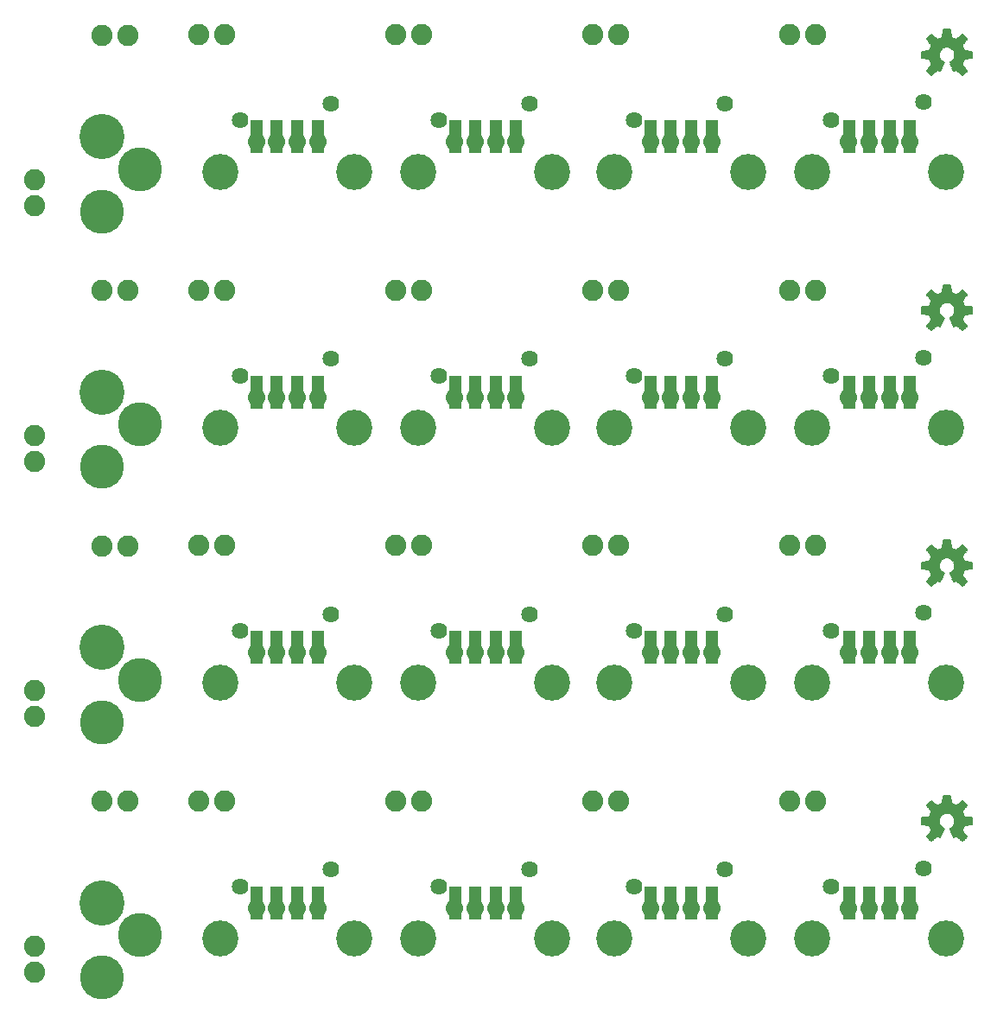
<source format=gbs>
G75*
G70*
%OFA0B0*%
%FSLAX24Y24*%
%IPPOS*%
%LPD*%
%AMOC8*
5,1,8,0,0,1.08239X$1,22.5*
%
%ADD10R,0.0450X0.1300*%
%ADD11C,0.1390*%
%ADD12C,0.1740*%
%ADD13C,0.1700*%
%ADD14C,0.0059*%
%ADD15C,0.0820*%
%ADD16C,0.0640*%
%ADD17C,0.0671*%
D10*
X010125Y005960D03*
X010905Y005960D03*
X011695Y005960D03*
X012475Y005970D03*
X017775Y005960D03*
X018555Y005960D03*
X019345Y005960D03*
X020135Y005960D03*
X025325Y005960D03*
X026105Y005960D03*
X026895Y005960D03*
X027685Y005960D03*
X032975Y005960D03*
X033755Y005960D03*
X034545Y005960D03*
X035335Y005960D03*
X035335Y015810D03*
X034545Y015810D03*
X033755Y015810D03*
X032975Y015810D03*
X027685Y015810D03*
X026895Y015810D03*
X026105Y015810D03*
X025325Y015810D03*
X020135Y015810D03*
X019345Y015810D03*
X018555Y015810D03*
X017775Y015810D03*
X012475Y015820D03*
X011695Y015810D03*
X010905Y015810D03*
X010125Y015810D03*
X010125Y025660D03*
X010905Y025660D03*
X011695Y025660D03*
X012475Y025670D03*
X017775Y025660D03*
X018555Y025660D03*
X019345Y025660D03*
X020135Y025660D03*
X025325Y025660D03*
X026105Y025660D03*
X026895Y025660D03*
X027685Y025660D03*
X032975Y025660D03*
X033755Y025660D03*
X034545Y025660D03*
X035335Y025660D03*
X035335Y035510D03*
X034545Y035510D03*
X033755Y035510D03*
X032975Y035510D03*
X027685Y035510D03*
X026895Y035510D03*
X026105Y035510D03*
X025325Y035510D03*
X020135Y035510D03*
X019345Y035510D03*
X018555Y035510D03*
X017775Y035510D03*
X012475Y035520D03*
X011695Y035510D03*
X010905Y035510D03*
X010125Y035510D03*
D11*
X008715Y034150D03*
X013885Y034150D03*
X016365Y034150D03*
X021535Y034150D03*
X023915Y034150D03*
X029085Y034150D03*
X031565Y034150D03*
X036735Y034150D03*
X036735Y024300D03*
X031565Y024300D03*
X029085Y024300D03*
X023915Y024300D03*
X021535Y024300D03*
X016365Y024300D03*
X013885Y024300D03*
X008715Y024300D03*
X008715Y014450D03*
X013885Y014450D03*
X016365Y014450D03*
X021535Y014450D03*
X023915Y014450D03*
X029085Y014450D03*
X031565Y014450D03*
X036735Y014450D03*
X036735Y004600D03*
X031565Y004600D03*
X029085Y004600D03*
X023915Y004600D03*
X021535Y004600D03*
X016365Y004600D03*
X013885Y004600D03*
X008715Y004600D03*
D12*
X004150Y005964D03*
X004150Y015814D03*
X004150Y025664D03*
X004150Y035514D03*
D13*
X005631Y034263D03*
X004160Y032631D03*
X005631Y024413D03*
X004160Y022781D03*
X005631Y014563D03*
X004160Y012931D03*
X005631Y004713D03*
X004160Y003081D03*
D14*
X035783Y009001D02*
X035783Y009241D01*
X036100Y009273D01*
X036134Y009380D01*
X036186Y009480D01*
X035984Y009727D01*
X036153Y009897D01*
X036401Y009695D01*
X036501Y009746D01*
X036607Y009781D01*
X036639Y010098D01*
X036879Y010098D01*
X036912Y009781D01*
X037018Y009746D01*
X037118Y009695D01*
X037365Y009897D01*
X037535Y009727D01*
X037333Y009480D01*
X037385Y009380D01*
X037419Y009273D01*
X037736Y009241D01*
X037736Y009001D01*
X037419Y008969D01*
X037385Y008862D01*
X037333Y008763D01*
X037535Y008515D01*
X037365Y008346D01*
X037118Y008547D01*
X037018Y008496D01*
X036877Y008837D01*
X036930Y008866D01*
X036977Y008904D01*
X037015Y008950D01*
X037044Y009004D01*
X037061Y009061D01*
X037067Y009121D01*
X037061Y009184D01*
X037041Y009244D01*
X037010Y009299D01*
X036969Y009347D01*
X036918Y009385D01*
X036861Y009412D01*
X036800Y009426D01*
X036736Y009428D01*
X036674Y009417D01*
X036616Y009393D01*
X036563Y009358D01*
X036519Y009313D01*
X036485Y009260D01*
X036462Y009201D01*
X036452Y009139D01*
X036455Y009075D01*
X036471Y009014D01*
X036499Y008958D01*
X036538Y008908D01*
X036586Y008867D01*
X036642Y008837D01*
X036500Y008496D01*
X036401Y008547D01*
X036153Y008346D01*
X035984Y008515D01*
X036186Y008763D01*
X036134Y008862D01*
X036100Y008969D01*
X035783Y009001D01*
X035783Y009030D02*
X036467Y009030D01*
X036455Y009088D02*
X035783Y009088D01*
X035783Y009146D02*
X036453Y009146D01*
X036463Y009203D02*
X035783Y009203D01*
X035974Y009261D02*
X036485Y009261D01*
X036524Y009318D02*
X036114Y009318D01*
X036133Y009376D02*
X036590Y009376D01*
X036930Y009376D02*
X037386Y009376D01*
X037404Y009318D02*
X036994Y009318D01*
X037032Y009261D02*
X037545Y009261D01*
X037736Y009203D02*
X037055Y009203D01*
X037065Y009146D02*
X037736Y009146D01*
X037736Y009088D02*
X037064Y009088D01*
X037052Y009030D02*
X037736Y009030D01*
X037456Y008973D02*
X037027Y008973D01*
X036986Y008915D02*
X037402Y008915D01*
X037382Y008858D02*
X036916Y008858D01*
X036892Y008800D02*
X037353Y008800D01*
X037350Y008743D02*
X036916Y008743D01*
X036940Y008685D02*
X037397Y008685D01*
X037444Y008628D02*
X036964Y008628D01*
X036988Y008570D02*
X037490Y008570D01*
X037532Y008512D02*
X037161Y008512D01*
X037232Y008455D02*
X037475Y008455D01*
X037417Y008397D02*
X037302Y008397D01*
X037050Y008512D02*
X037012Y008512D01*
X036579Y008685D02*
X036122Y008685D01*
X036075Y008628D02*
X036555Y008628D01*
X036531Y008570D02*
X036028Y008570D01*
X035987Y008512D02*
X036358Y008512D01*
X036287Y008455D02*
X036044Y008455D01*
X036102Y008397D02*
X036217Y008397D01*
X036469Y008512D02*
X036507Y008512D01*
X036603Y008743D02*
X036169Y008743D01*
X036166Y008800D02*
X036626Y008800D01*
X036604Y008858D02*
X036137Y008858D01*
X036117Y008915D02*
X036532Y008915D01*
X036491Y008973D02*
X036063Y008973D01*
X036162Y009433D02*
X037357Y009433D01*
X037342Y009491D02*
X036177Y009491D01*
X036130Y009548D02*
X037389Y009548D01*
X037436Y009606D02*
X036083Y009606D01*
X036036Y009664D02*
X037483Y009664D01*
X037530Y009721D02*
X037150Y009721D01*
X037068Y009721D02*
X036451Y009721D01*
X036369Y009721D02*
X035989Y009721D01*
X036035Y009779D02*
X036298Y009779D01*
X036228Y009836D02*
X036093Y009836D01*
X036150Y009894D02*
X036157Y009894D01*
X036601Y009779D02*
X036918Y009779D01*
X036906Y009836D02*
X036613Y009836D01*
X036619Y009894D02*
X036900Y009894D01*
X036894Y009951D02*
X036625Y009951D01*
X036630Y010009D02*
X036888Y010009D01*
X036883Y010066D02*
X036636Y010066D01*
X037220Y009779D02*
X037484Y009779D01*
X037426Y009836D02*
X037291Y009836D01*
X037362Y009894D02*
X037369Y009894D01*
X037365Y018196D02*
X037118Y018397D01*
X037018Y018346D01*
X036877Y018687D01*
X036930Y018716D01*
X036977Y018754D01*
X037015Y018800D01*
X037044Y018854D01*
X037061Y018911D01*
X037067Y018971D01*
X037061Y019034D01*
X037041Y019094D01*
X037010Y019149D01*
X036969Y019197D01*
X036918Y019235D01*
X036861Y019262D01*
X036800Y019276D01*
X036736Y019278D01*
X036674Y019267D01*
X036616Y019243D01*
X036563Y019208D01*
X036519Y019163D01*
X036485Y019110D01*
X036462Y019051D01*
X036452Y018989D01*
X036455Y018925D01*
X036471Y018864D01*
X036499Y018808D01*
X036538Y018758D01*
X036586Y018717D01*
X036642Y018687D01*
X036500Y018346D01*
X036401Y018397D01*
X036153Y018196D01*
X035984Y018365D01*
X036186Y018613D01*
X036134Y018712D01*
X036100Y018819D01*
X035783Y018851D01*
X035783Y019091D01*
X036100Y019123D01*
X036134Y019230D01*
X036186Y019330D01*
X035984Y019577D01*
X036153Y019747D01*
X036401Y019545D01*
X036501Y019596D01*
X036607Y019631D01*
X036639Y019948D01*
X036879Y019948D01*
X036912Y019631D01*
X037018Y019596D01*
X037118Y019545D01*
X037365Y019747D01*
X037535Y019577D01*
X037333Y019330D01*
X037385Y019230D01*
X037419Y019123D01*
X037736Y019091D01*
X037736Y018851D01*
X037419Y018819D01*
X037385Y018712D01*
X037333Y018613D01*
X037535Y018365D01*
X037365Y018196D01*
X037409Y018239D02*
X037312Y018239D01*
X037241Y018297D02*
X037467Y018297D01*
X037524Y018354D02*
X037171Y018354D01*
X037035Y018354D02*
X037015Y018354D01*
X036991Y018412D02*
X037497Y018412D01*
X037450Y018469D02*
X036967Y018469D01*
X036943Y018527D02*
X037403Y018527D01*
X037356Y018585D02*
X036920Y018585D01*
X036896Y018642D02*
X037348Y018642D01*
X037378Y018700D02*
X036901Y018700D01*
X036980Y018757D02*
X037399Y018757D01*
X037417Y018815D02*
X037023Y018815D01*
X037049Y018872D02*
X037736Y018872D01*
X037736Y018930D02*
X037063Y018930D01*
X037065Y018987D02*
X037736Y018987D01*
X037736Y019045D02*
X037057Y019045D01*
X037037Y019103D02*
X037624Y019103D01*
X037407Y019160D02*
X037001Y019160D01*
X036941Y019218D02*
X037389Y019218D01*
X037361Y019275D02*
X036804Y019275D01*
X036721Y019275D02*
X036157Y019275D01*
X036130Y019218D02*
X036578Y019218D01*
X036517Y019160D02*
X036112Y019160D01*
X036183Y019333D02*
X037336Y019333D01*
X037383Y019390D02*
X036136Y019390D01*
X036089Y019448D02*
X037430Y019448D01*
X037477Y019505D02*
X036042Y019505D01*
X035995Y019563D02*
X036379Y019563D01*
X036436Y019563D02*
X037083Y019563D01*
X037140Y019563D02*
X037523Y019563D01*
X037492Y019621D02*
X037211Y019621D01*
X037281Y019678D02*
X037434Y019678D01*
X037377Y019736D02*
X037352Y019736D01*
X036943Y019621D02*
X036576Y019621D01*
X036612Y019678D02*
X036907Y019678D01*
X036901Y019736D02*
X036618Y019736D01*
X036624Y019793D02*
X036895Y019793D01*
X036889Y019851D02*
X036630Y019851D01*
X036635Y019908D02*
X036883Y019908D01*
X036308Y019621D02*
X036027Y019621D01*
X036085Y019678D02*
X036238Y019678D01*
X036167Y019736D02*
X036142Y019736D01*
X035895Y019103D02*
X036482Y019103D01*
X036461Y019045D02*
X035783Y019045D01*
X035783Y018987D02*
X036452Y018987D01*
X036455Y018930D02*
X035783Y018930D01*
X035783Y018872D02*
X036469Y018872D01*
X036495Y018815D02*
X036101Y018815D01*
X036120Y018757D02*
X036539Y018757D01*
X036618Y018700D02*
X036141Y018700D01*
X036170Y018642D02*
X036623Y018642D01*
X036599Y018585D02*
X036163Y018585D01*
X036116Y018527D02*
X036575Y018527D01*
X036552Y018469D02*
X036069Y018469D01*
X036022Y018412D02*
X036528Y018412D01*
X036504Y018354D02*
X036484Y018354D01*
X036348Y018354D02*
X035995Y018354D01*
X036052Y018297D02*
X036278Y018297D01*
X036207Y018239D02*
X036110Y018239D01*
X036153Y028046D02*
X035984Y028215D01*
X036186Y028463D01*
X036134Y028562D01*
X036100Y028669D01*
X035783Y028701D01*
X035783Y028941D01*
X036100Y028973D01*
X036134Y029080D01*
X036186Y029180D01*
X035984Y029427D01*
X036153Y029597D01*
X036401Y029395D01*
X036501Y029446D01*
X036607Y029481D01*
X036639Y029798D01*
X036879Y029798D01*
X036912Y029481D01*
X037018Y029446D01*
X037118Y029395D01*
X037365Y029597D01*
X037535Y029427D01*
X037333Y029180D01*
X037385Y029080D01*
X037419Y028973D01*
X037736Y028941D01*
X037736Y028701D01*
X037419Y028669D01*
X037385Y028562D01*
X037333Y028463D01*
X037535Y028215D01*
X037365Y028046D01*
X037118Y028247D01*
X037018Y028196D01*
X036877Y028537D01*
X036930Y028566D01*
X036977Y028604D01*
X037015Y028650D01*
X037044Y028704D01*
X037061Y028761D01*
X037067Y028821D01*
X037061Y028884D01*
X037041Y028944D01*
X037010Y028999D01*
X036969Y029047D01*
X036918Y029085D01*
X036861Y029112D01*
X036800Y029126D01*
X036736Y029128D01*
X036674Y029117D01*
X036616Y029093D01*
X036563Y029058D01*
X036519Y029013D01*
X036485Y028960D01*
X036462Y028901D01*
X036452Y028839D01*
X036455Y028775D01*
X036471Y028714D01*
X036499Y028658D01*
X036538Y028608D01*
X036586Y028567D01*
X036642Y028537D01*
X036500Y028196D01*
X036501Y028196D01*
X036500Y028196D02*
X036401Y028247D01*
X036153Y028046D01*
X036118Y028081D02*
X036197Y028081D01*
X036268Y028139D02*
X036060Y028139D01*
X036003Y028196D02*
X036338Y028196D01*
X036524Y028254D02*
X036015Y028254D01*
X036062Y028311D02*
X036548Y028311D01*
X036572Y028369D02*
X036109Y028369D01*
X036156Y028427D02*
X036596Y028427D01*
X036620Y028484D02*
X036175Y028484D01*
X036145Y028542D02*
X036633Y028542D01*
X036548Y028599D02*
X036122Y028599D01*
X036104Y028657D02*
X036500Y028657D01*
X036471Y028714D02*
X035783Y028714D01*
X035783Y028772D02*
X036456Y028772D01*
X036453Y028829D02*
X035783Y028829D01*
X035783Y028887D02*
X036460Y028887D01*
X036479Y028945D02*
X035816Y028945D01*
X036109Y029002D02*
X036512Y029002D01*
X036566Y029060D02*
X036128Y029060D01*
X036153Y029117D02*
X036677Y029117D01*
X036837Y029117D02*
X037366Y029117D01*
X037391Y029060D02*
X036951Y029060D01*
X037008Y029002D02*
X037410Y029002D01*
X037336Y029175D02*
X036183Y029175D01*
X036143Y029232D02*
X037376Y029232D01*
X037423Y029290D02*
X036096Y029290D01*
X036049Y029347D02*
X037470Y029347D01*
X037517Y029405D02*
X037130Y029405D01*
X037099Y029405D02*
X036420Y029405D01*
X036389Y029405D02*
X036002Y029405D01*
X036019Y029463D02*
X036318Y029463D01*
X036248Y029520D02*
X036077Y029520D01*
X036134Y029578D02*
X036177Y029578D01*
X036551Y029463D02*
X036968Y029463D01*
X036908Y029520D02*
X036611Y029520D01*
X036617Y029578D02*
X036902Y029578D01*
X036896Y029635D02*
X036623Y029635D01*
X036629Y029693D02*
X036890Y029693D01*
X036884Y029750D02*
X036635Y029750D01*
X037201Y029463D02*
X037500Y029463D01*
X037442Y029520D02*
X037271Y029520D01*
X037342Y029578D02*
X037385Y029578D01*
X037703Y028945D02*
X037041Y028945D01*
X037060Y028887D02*
X037736Y028887D01*
X037736Y028829D02*
X037066Y028829D01*
X037062Y028772D02*
X037736Y028772D01*
X037736Y028714D02*
X037047Y028714D01*
X037019Y028657D02*
X037415Y028657D01*
X037396Y028599D02*
X036971Y028599D01*
X036886Y028542D02*
X037374Y028542D01*
X037344Y028484D02*
X036899Y028484D01*
X036923Y028427D02*
X037363Y028427D01*
X037410Y028369D02*
X036947Y028369D01*
X036971Y028311D02*
X037457Y028311D01*
X037504Y028254D02*
X036994Y028254D01*
X037018Y028196D02*
X037019Y028196D01*
X037181Y028196D02*
X037516Y028196D01*
X037459Y028139D02*
X037251Y028139D01*
X037322Y028081D02*
X037401Y028081D01*
X037365Y037896D02*
X037118Y038097D01*
X037018Y038046D01*
X036877Y038387D01*
X036930Y038416D01*
X036977Y038454D01*
X037015Y038500D01*
X037044Y038554D01*
X037061Y038611D01*
X037067Y038671D01*
X037061Y038734D01*
X037041Y038794D01*
X037010Y038849D01*
X036969Y038897D01*
X036918Y038935D01*
X036861Y038962D01*
X036800Y038976D01*
X036736Y038978D01*
X036674Y038967D01*
X036616Y038943D01*
X036563Y038908D01*
X036519Y038863D01*
X036485Y038810D01*
X036462Y038751D01*
X036452Y038689D01*
X036455Y038625D01*
X036471Y038564D01*
X036499Y038508D01*
X036538Y038458D01*
X036586Y038417D01*
X036642Y038387D01*
X036500Y038046D01*
X036401Y038097D01*
X036153Y037896D01*
X035984Y038065D01*
X036186Y038313D01*
X036134Y038412D01*
X036100Y038519D01*
X035783Y038551D01*
X035783Y038791D01*
X036100Y038823D01*
X036134Y038930D01*
X036186Y039030D01*
X035984Y039277D01*
X036153Y039447D01*
X036401Y039245D01*
X036501Y039296D01*
X036607Y039331D01*
X036639Y039648D01*
X036879Y039648D01*
X036912Y039331D01*
X037018Y039296D01*
X037118Y039245D01*
X037365Y039447D01*
X037535Y039277D01*
X037333Y039030D01*
X037385Y038930D01*
X037419Y038823D01*
X037736Y038791D01*
X037736Y038551D01*
X037419Y038519D01*
X037385Y038412D01*
X037333Y038313D01*
X037535Y038065D01*
X037365Y037896D01*
X037393Y037923D02*
X037332Y037923D01*
X037261Y037981D02*
X037451Y037981D01*
X037508Y038038D02*
X037190Y038038D01*
X037120Y038096D02*
X037510Y038096D01*
X037463Y038153D02*
X036974Y038153D01*
X036998Y038096D02*
X037115Y038096D01*
X036950Y038211D02*
X037416Y038211D01*
X037369Y038269D02*
X036926Y038269D01*
X036902Y038326D02*
X037340Y038326D01*
X037370Y038384D02*
X036879Y038384D01*
X036962Y038441D02*
X037394Y038441D01*
X037412Y038499D02*
X037014Y038499D01*
X037044Y038556D02*
X037736Y038556D01*
X037736Y038614D02*
X037061Y038614D01*
X037067Y038671D02*
X037736Y038671D01*
X037736Y038729D02*
X037061Y038729D01*
X037044Y038787D02*
X037736Y038787D01*
X037412Y038844D02*
X037013Y038844D01*
X036962Y038902D02*
X037394Y038902D01*
X037370Y038959D02*
X036866Y038959D01*
X036655Y038959D02*
X036149Y038959D01*
X036125Y038902D02*
X036557Y038902D01*
X036507Y038844D02*
X036107Y038844D01*
X036179Y039017D02*
X037340Y039017D01*
X037370Y039074D02*
X036149Y039074D01*
X036102Y039132D02*
X037417Y039132D01*
X037463Y039189D02*
X036055Y039189D01*
X036009Y039247D02*
X036399Y039247D01*
X036404Y039247D02*
X037114Y039247D01*
X037120Y039247D02*
X037510Y039247D01*
X037508Y039305D02*
X037191Y039305D01*
X037261Y039362D02*
X037450Y039362D01*
X037393Y039420D02*
X037332Y039420D01*
X036993Y039305D02*
X036526Y039305D01*
X036610Y039362D02*
X036908Y039362D01*
X036903Y039420D02*
X036616Y039420D01*
X036622Y039477D02*
X036897Y039477D01*
X036891Y039535D02*
X036628Y039535D01*
X036634Y039592D02*
X036885Y039592D01*
X036328Y039305D02*
X036011Y039305D01*
X036069Y039362D02*
X036257Y039362D01*
X036187Y039420D02*
X036126Y039420D01*
X035783Y038787D02*
X036476Y038787D01*
X036459Y038729D02*
X035783Y038729D01*
X035783Y038671D02*
X036453Y038671D01*
X036458Y038614D02*
X035783Y038614D01*
X035783Y038556D02*
X036475Y038556D01*
X036506Y038499D02*
X036107Y038499D01*
X036125Y038441D02*
X036558Y038441D01*
X036640Y038384D02*
X036149Y038384D01*
X036179Y038326D02*
X036616Y038326D01*
X036593Y038269D02*
X036150Y038269D01*
X036103Y038211D02*
X036569Y038211D01*
X036545Y038153D02*
X036056Y038153D01*
X036009Y038096D02*
X036399Y038096D01*
X036404Y038096D02*
X036521Y038096D01*
X036328Y038038D02*
X036011Y038038D01*
X036068Y037981D02*
X036258Y037981D01*
X036187Y037923D02*
X036126Y037923D01*
D15*
X001550Y003300D03*
X001550Y004300D03*
X004170Y009880D03*
X005170Y009880D03*
X007900Y009900D03*
X008900Y009900D03*
X015500Y009900D03*
X016500Y009900D03*
X023100Y009900D03*
X024100Y009900D03*
X030700Y009900D03*
X031700Y009900D03*
X031700Y019750D03*
X030700Y019750D03*
X024100Y019750D03*
X023100Y019750D03*
X016500Y019750D03*
X015500Y019750D03*
X008900Y019750D03*
X007900Y019750D03*
X005170Y019730D03*
X004170Y019730D03*
X001550Y023000D03*
X001550Y024000D03*
X004170Y029580D03*
X005170Y029580D03*
X007900Y029600D03*
X008900Y029600D03*
X015500Y029600D03*
X016500Y029600D03*
X023100Y029600D03*
X024100Y029600D03*
X030700Y029600D03*
X031700Y029600D03*
X031700Y039450D03*
X030700Y039450D03*
X024100Y039450D03*
X023100Y039450D03*
X016500Y039450D03*
X015500Y039450D03*
X008900Y039450D03*
X007900Y039450D03*
X005170Y039430D03*
X004170Y039430D03*
X001550Y033850D03*
X001550Y032850D03*
X001550Y014150D03*
X001550Y013150D03*
D16*
X009500Y016450D03*
X013000Y017100D03*
X017150Y016450D03*
X020650Y017100D03*
X024700Y016450D03*
X028200Y017100D03*
X032300Y016450D03*
X035850Y017150D03*
X032300Y026300D03*
X035850Y027000D03*
X028200Y026950D03*
X024700Y026300D03*
X020650Y026950D03*
X017150Y026300D03*
X013000Y026950D03*
X009500Y026300D03*
X009500Y036150D03*
X013000Y036800D03*
X017150Y036150D03*
X020650Y036800D03*
X024700Y036150D03*
X028200Y036800D03*
X032300Y036150D03*
X035850Y036850D03*
X035850Y007300D03*
X032300Y006600D03*
X028200Y007250D03*
X024700Y006600D03*
X020650Y007250D03*
X017150Y006600D03*
X013000Y007250D03*
X009500Y006600D03*
D17*
X010120Y005760D03*
X010900Y005760D03*
X011700Y005760D03*
X012480Y005760D03*
X017770Y005760D03*
X018550Y005760D03*
X019350Y005760D03*
X020130Y005760D03*
X025320Y005760D03*
X026100Y005760D03*
X026900Y005760D03*
X027680Y005760D03*
X032970Y005760D03*
X033750Y005760D03*
X034550Y005760D03*
X035330Y005760D03*
X035330Y015610D03*
X034550Y015610D03*
X033750Y015610D03*
X032970Y015610D03*
X027680Y015610D03*
X026900Y015610D03*
X026100Y015610D03*
X025320Y015610D03*
X020130Y015610D03*
X019350Y015610D03*
X018550Y015610D03*
X017770Y015610D03*
X012480Y015610D03*
X011700Y015610D03*
X010900Y015610D03*
X010120Y015610D03*
X010120Y025460D03*
X010900Y025460D03*
X011700Y025460D03*
X012480Y025460D03*
X017770Y025460D03*
X018550Y025460D03*
X019350Y025460D03*
X020130Y025460D03*
X025320Y025460D03*
X026100Y025460D03*
X026900Y025460D03*
X027680Y025460D03*
X032970Y025460D03*
X033750Y025460D03*
X034550Y025460D03*
X035330Y025460D03*
X035330Y035310D03*
X034550Y035310D03*
X033750Y035310D03*
X032970Y035310D03*
X027680Y035310D03*
X026900Y035310D03*
X026100Y035310D03*
X025320Y035310D03*
X020130Y035310D03*
X019350Y035310D03*
X018550Y035310D03*
X017770Y035310D03*
X012480Y035310D03*
X011700Y035310D03*
X010900Y035310D03*
X010120Y035310D03*
M02*

</source>
